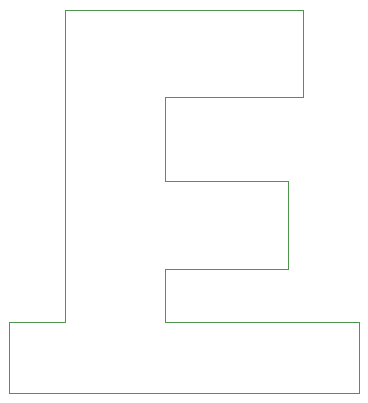
<source format=gm1>
G04 #@! TF.FileFunction,Profile,NP*
%FSLAX46Y46*%
G04 Gerber Fmt 4.6, Leading zero omitted, Abs format (unit mm)*
G04 Created by KiCad (PCBNEW 4.0.0-rc2-stable) date 3/3/2016 3:43:48 PM*
%MOMM*%
G01*
G04 APERTURE LIST*
%ADD10C,0.150000*%
%ADD11C,0.100000*%
G04 APERTURE END LIST*
D10*
D11*
X59760000Y-51160000D02*
X51330000Y-51160000D01*
X51330000Y-51160000D02*
X51330000Y-51150000D01*
X51330000Y-51150000D02*
X46630000Y-51150000D01*
X46630000Y-51150000D02*
X46630000Y-45150000D01*
X46630000Y-45150000D02*
X51330000Y-45150000D01*
X51330000Y-45150000D02*
X51330000Y-18720000D01*
X51330000Y-18720000D02*
X51330000Y-18720000D01*
X51330000Y-18720000D02*
X71530000Y-18720000D01*
X71530000Y-18720000D02*
X71530000Y-18720000D01*
X71530000Y-18720000D02*
X71530000Y-26140000D01*
X71530000Y-26140000D02*
X71530000Y-26140000D01*
X71530000Y-26140000D02*
X59770000Y-26140000D01*
X59770000Y-26140000D02*
X59770000Y-33220000D01*
X59770000Y-33220000D02*
X70190000Y-33220000D01*
X70190000Y-33220000D02*
X70190000Y-33230000D01*
X70190000Y-33230000D02*
X70190000Y-40640000D01*
X70190000Y-40640000D02*
X70190000Y-40640000D01*
X70190000Y-40640000D02*
X59770000Y-40640000D01*
X59770000Y-40640000D02*
X59770000Y-45150000D01*
X59770000Y-45150000D02*
X76230000Y-45150000D01*
X76230000Y-45150000D02*
X76230000Y-51150000D01*
X76230000Y-51150000D02*
X59770000Y-51150000D01*
X59770000Y-51150000D02*
X59760000Y-51160000D01*
X59760000Y-51160000D02*
X59760000Y-51160000D01*
X59760000Y-51160000D02*
X59760000Y-51160000D01*
M02*

</source>
